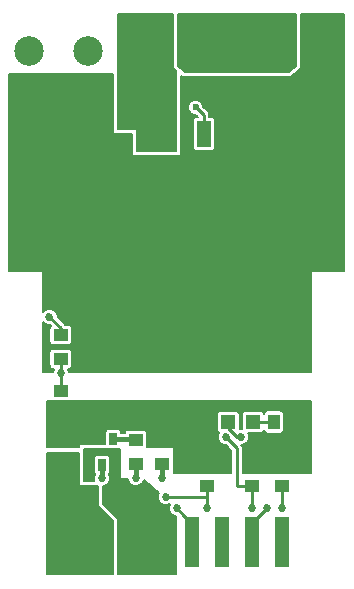
<source format=gtl>
G04 #@! TF.FileFunction,Copper,L1,Top,Signal*
%FSLAX46Y46*%
G04 Gerber Fmt 4.6, Leading zero omitted, Abs format (unit mm)*
G04 Created by KiCad (PCBNEW (2015-03-06 BZR 5484)-product) date 10/6/2015 9:14:59 PM*
%MOMM*%
G01*
G04 APERTURE LIST*
%ADD10C,0.100000*%
%ADD11C,2.500000*%
%ADD12R,2.500000X2.500000*%
%ADD13R,1.000000X1.250000*%
%ADD14R,1.250000X1.000000*%
%ADD15R,1.270000X4.191000*%
%ADD16R,1.198880X1.198880*%
%ADD17R,0.650000X1.060000*%
%ADD18R,1.200000X2.200000*%
%ADD19R,5.800000X6.400000*%
%ADD20R,1.524000X10.033000*%
%ADD21C,0.685800*%
%ADD22C,1.117600*%
%ADD23C,0.600000*%
%ADD24C,0.177800*%
%ADD25C,0.381000*%
%ADD26C,0.254000*%
G04 APERTURE END LIST*
D10*
D11*
X142440000Y-90505000D03*
X147440000Y-90505000D03*
X152440000Y-90505000D03*
D12*
X167440000Y-90505000D03*
D11*
X162440000Y-90505000D03*
X157440000Y-90505000D03*
D13*
X149590000Y-127952500D03*
X147590000Y-127952500D03*
D14*
X145097500Y-116570000D03*
X145097500Y-114570000D03*
X151447500Y-123460000D03*
X151447500Y-125460000D03*
X145732500Y-123460000D03*
X145732500Y-125460000D03*
X153670000Y-123460000D03*
X153670000Y-125460000D03*
D15*
X146050000Y-132080000D03*
X148590000Y-132080000D03*
X151130000Y-132080000D03*
X153670000Y-132080000D03*
X156210000Y-132080000D03*
X158750000Y-132080000D03*
X161290000Y-132080000D03*
X163830000Y-132080000D03*
D16*
X159288480Y-121920000D03*
X161386520Y-121920000D03*
D14*
X145097500Y-121332500D03*
X145097500Y-119332500D03*
D13*
X165147500Y-121920000D03*
X163147500Y-121920000D03*
D17*
X147640000Y-125560000D03*
X148590000Y-125560000D03*
X149540000Y-125560000D03*
X149540000Y-123360000D03*
X147640000Y-123360000D03*
D18*
X152660000Y-97540000D03*
D19*
X154940000Y-103840000D03*
D18*
X157220000Y-97540000D03*
D20*
X159461200Y-102570000D03*
X150418800Y-102570000D03*
D14*
X161290000Y-125365000D03*
X161290000Y-127365000D03*
X157480000Y-125365000D03*
X157480000Y-127365000D03*
X163830000Y-125365000D03*
X163830000Y-127365000D03*
D21*
X152400000Y-133350000D03*
X152400000Y-132080000D03*
X152400000Y-130810000D03*
X153670000Y-126682500D03*
X151447500Y-126682500D03*
X148590000Y-126682500D03*
X146367500Y-127952500D03*
X145732500Y-126682500D03*
X147320000Y-133350000D03*
X147320000Y-132080000D03*
X147320000Y-130810000D03*
X144145000Y-113030000D03*
X145097500Y-117792500D03*
D22*
X165100000Y-123825000D03*
D21*
X161290000Y-124142500D03*
X157480000Y-124142500D03*
X153987500Y-121602500D03*
X157480000Y-129222500D03*
X153987500Y-128270000D03*
X154940000Y-129222500D03*
X162560000Y-129222500D03*
X161290000Y-129222500D03*
X159067500Y-123190000D03*
X163830000Y-129222500D03*
D23*
X156527500Y-95267500D03*
X151765000Y-95885000D03*
X152717500Y-95885000D03*
X153670000Y-95885000D03*
X154622500Y-100030000D03*
X155892500Y-100030000D03*
X157162500Y-100030000D03*
X153352500Y-100030000D03*
X148907500Y-106380000D03*
X148907500Y-104475000D03*
X148907500Y-98760000D03*
X148907500Y-100665000D03*
X148907500Y-102570000D03*
X160972500Y-102570000D03*
X160972500Y-100665000D03*
X160972500Y-98760000D03*
X160972500Y-104475000D03*
X157162500Y-107632500D03*
X155892500Y-107632500D03*
X154622500Y-107632500D03*
X153352500Y-107632500D03*
X160972500Y-106362500D03*
D21*
X160337500Y-123190000D03*
D24*
X152400000Y-133350000D02*
X152400000Y-132080000D01*
X152400000Y-130810000D02*
X153670000Y-132080000D01*
X151130000Y-132080000D02*
X152400000Y-130810000D01*
D25*
X147640000Y-124462500D02*
X147642500Y-124460000D01*
X147642500Y-124460000D02*
X149542500Y-124460000D01*
X149542500Y-124460000D02*
X149540000Y-124462500D01*
X149540000Y-124462500D02*
X149540000Y-125560000D01*
X147640000Y-125560000D02*
X147640000Y-124462500D01*
X151130000Y-128587500D02*
X150495000Y-127952500D01*
X150495000Y-127952500D02*
X149590000Y-127952500D01*
X151130000Y-132080000D02*
X151130000Y-128587500D01*
X149540000Y-127902500D02*
X149590000Y-127952500D01*
X149540000Y-125560000D02*
X149540000Y-127902500D01*
X153670000Y-125460000D02*
X153670000Y-126682500D01*
X151447500Y-125460000D02*
X151447500Y-126682500D01*
X148590000Y-125560000D02*
X148590000Y-126682500D01*
X147590000Y-127952500D02*
X146367500Y-127952500D01*
X145732500Y-125460000D02*
X145732500Y-126682500D01*
D24*
X147320000Y-133350000D02*
X147320000Y-132080000D01*
X147320000Y-130810000D02*
X148590000Y-132080000D01*
D26*
X145097500Y-113982500D02*
X144145000Y-113030000D01*
X145097500Y-114570000D02*
X145097500Y-113982500D01*
X145097500Y-119332500D02*
X145097500Y-117792500D01*
X145097500Y-117792500D02*
X145097500Y-116570000D01*
D25*
X151347500Y-123360000D02*
X151447500Y-123460000D01*
X149540000Y-123360000D02*
X151347500Y-123360000D01*
X163830000Y-125365000D02*
X164830000Y-125365000D01*
X165100000Y-125095000D02*
X165100000Y-123825000D01*
X164830000Y-125365000D02*
X165100000Y-125095000D01*
X161290000Y-125365000D02*
X163830000Y-125365000D01*
X145732500Y-122872500D02*
X145732500Y-123460000D01*
X147002500Y-121602500D02*
X145732500Y-122872500D01*
X161290000Y-124142500D02*
X161290000Y-125365000D01*
X157480000Y-125365000D02*
X157480000Y-124142500D01*
X165147500Y-121920000D02*
X165100000Y-121967500D01*
X165100000Y-121967500D02*
X165100000Y-123825000D01*
D26*
X157480000Y-128270000D02*
X157480000Y-129222500D01*
X157480000Y-127365000D02*
X157480000Y-128270000D01*
X157480000Y-128270000D02*
X153987500Y-128270000D01*
X155575000Y-129857500D02*
X154940000Y-129222500D01*
X156210000Y-130492500D02*
X155575000Y-129857500D01*
X156210000Y-132080000D02*
X156210000Y-130492500D01*
X161290000Y-130492500D02*
X162560000Y-129222500D01*
X161290000Y-132080000D02*
X161290000Y-130492500D01*
X161290000Y-129222500D02*
X161290000Y-127365000D01*
X160067500Y-127365000D02*
X160020000Y-127317500D01*
X160020000Y-127317500D02*
X160020000Y-124142500D01*
X160020000Y-124142500D02*
X159067500Y-123190000D01*
X161290000Y-127365000D02*
X160067500Y-127365000D01*
X163830000Y-132080000D02*
X163830000Y-130175000D01*
X163830000Y-127365000D02*
X163830000Y-129222500D01*
X157220000Y-97540000D02*
X157220000Y-95960000D01*
X157220000Y-95960000D02*
X156527500Y-95267500D01*
X152717500Y-95885000D02*
X153670000Y-95885000D01*
X152150000Y-97540000D02*
X151765000Y-95885000D01*
X152660000Y-97540000D02*
X152150000Y-97540000D01*
X154622500Y-100030000D02*
X155892500Y-100030000D01*
X154940000Y-103840000D02*
X154940000Y-101617500D01*
X154940000Y-101617500D02*
X153352500Y-100030000D01*
X150418800Y-102570000D02*
X148907500Y-102570000D01*
X148907500Y-104475000D02*
X148907500Y-106380000D01*
X148907500Y-100665000D02*
X148907500Y-98760000D01*
X160972500Y-100665000D02*
X160972500Y-98760000D01*
X160972500Y-104475000D02*
X160972500Y-106362500D01*
X159461200Y-102570000D02*
X160972500Y-102570000D01*
X160972500Y-106362500D02*
X158415000Y-106380000D01*
X157162500Y-107632500D02*
X155892500Y-107632500D01*
X154622500Y-107632500D02*
X153352500Y-107632500D01*
X160020000Y-123190000D02*
X159288480Y-122458480D01*
X160337500Y-123190000D02*
X160020000Y-123190000D01*
X159288480Y-122458480D02*
X159288480Y-121920000D01*
X161386520Y-121920000D02*
X163147500Y-121920000D01*
D24*
G36*
X154851100Y-134782100D02*
X149948900Y-134782100D01*
X149948900Y-130138176D01*
X148678900Y-128868176D01*
X148678900Y-127368378D01*
X148725816Y-127368419D01*
X148977967Y-127264232D01*
X149171054Y-127071482D01*
X149275681Y-126819513D01*
X149275919Y-126546684D01*
X149178864Y-126311795D01*
X149237583Y-126224806D01*
X149264618Y-126090000D01*
X149264618Y-125030000D01*
X149239250Y-124899253D01*
X149163764Y-124784339D01*
X149049806Y-124707417D01*
X148915000Y-124680382D01*
X148265000Y-124680382D01*
X148134253Y-124705750D01*
X148019339Y-124781236D01*
X147942417Y-124895194D01*
X147915382Y-125030000D01*
X147915382Y-126090000D01*
X147940750Y-126220747D01*
X148001047Y-126312539D01*
X147904319Y-126545487D01*
X147904081Y-126818316D01*
X147942418Y-126911100D01*
X147091400Y-126911100D01*
X147091400Y-124231400D01*
X147274022Y-124231400D01*
X147315000Y-124239618D01*
X147965000Y-124239618D01*
X148007355Y-124231400D01*
X149174022Y-124231400D01*
X149215000Y-124239618D01*
X149865000Y-124239618D01*
X149907355Y-124231400D01*
X150088600Y-124231400D01*
X150088600Y-126771400D01*
X150761621Y-126771400D01*
X150761581Y-126818316D01*
X150865768Y-127070467D01*
X151058518Y-127263554D01*
X151310487Y-127368181D01*
X151583316Y-127368419D01*
X151835467Y-127264232D01*
X152028554Y-127071482D01*
X152124997Y-126839220D01*
X153376945Y-127952062D01*
X153301819Y-128132987D01*
X153301581Y-128405816D01*
X153405768Y-128657967D01*
X153598518Y-128851054D01*
X153850487Y-128955681D01*
X154123316Y-128955919D01*
X154346394Y-128863744D01*
X154254319Y-129085487D01*
X154254081Y-129358316D01*
X154358268Y-129610467D01*
X154551018Y-129803554D01*
X154802987Y-129908181D01*
X154851100Y-129908222D01*
X154851100Y-134782100D01*
X154851100Y-134782100D01*
G37*
X154851100Y-134782100D02*
X149948900Y-134782100D01*
X149948900Y-130138176D01*
X148678900Y-128868176D01*
X148678900Y-127368378D01*
X148725816Y-127368419D01*
X148977967Y-127264232D01*
X149171054Y-127071482D01*
X149275681Y-126819513D01*
X149275919Y-126546684D01*
X149178864Y-126311795D01*
X149237583Y-126224806D01*
X149264618Y-126090000D01*
X149264618Y-125030000D01*
X149239250Y-124899253D01*
X149163764Y-124784339D01*
X149049806Y-124707417D01*
X148915000Y-124680382D01*
X148265000Y-124680382D01*
X148134253Y-124705750D01*
X148019339Y-124781236D01*
X147942417Y-124895194D01*
X147915382Y-125030000D01*
X147915382Y-126090000D01*
X147940750Y-126220747D01*
X148001047Y-126312539D01*
X147904319Y-126545487D01*
X147904081Y-126818316D01*
X147942418Y-126911100D01*
X147091400Y-126911100D01*
X147091400Y-124231400D01*
X147274022Y-124231400D01*
X147315000Y-124239618D01*
X147965000Y-124239618D01*
X148007355Y-124231400D01*
X149174022Y-124231400D01*
X149215000Y-124239618D01*
X149865000Y-124239618D01*
X149907355Y-124231400D01*
X150088600Y-124231400D01*
X150088600Y-126771400D01*
X150761621Y-126771400D01*
X150761581Y-126818316D01*
X150865768Y-127070467D01*
X151058518Y-127263554D01*
X151310487Y-127368181D01*
X151583316Y-127368419D01*
X151835467Y-127264232D01*
X152028554Y-127071482D01*
X152124997Y-126839220D01*
X153376945Y-127952062D01*
X153301819Y-128132987D01*
X153301581Y-128405816D01*
X153405768Y-128657967D01*
X153598518Y-128851054D01*
X153850487Y-128955681D01*
X154123316Y-128955919D01*
X154346394Y-128863744D01*
X154254319Y-129085487D01*
X154254081Y-129358316D01*
X154358268Y-129610467D01*
X154551018Y-129803554D01*
X154802987Y-129908181D01*
X154851100Y-129908222D01*
X154851100Y-134782100D01*
G36*
X149517100Y-134782100D02*
X143927900Y-134782100D01*
X143927900Y-130200000D01*
X143916400Y-130142186D01*
X143916400Y-124548900D01*
X146659600Y-124548900D01*
X146659600Y-127342900D01*
X148247100Y-127342900D01*
X148247100Y-129047034D01*
X149517100Y-130317034D01*
X149517100Y-134782100D01*
X149517100Y-134782100D01*
G37*
X149517100Y-134782100D02*
X143927900Y-134782100D01*
X143927900Y-130200000D01*
X143916400Y-130142186D01*
X143916400Y-124548900D01*
X146659600Y-124548900D01*
X146659600Y-127342900D01*
X148247100Y-127342900D01*
X148247100Y-129047034D01*
X149517100Y-130317034D01*
X149517100Y-134782100D01*
G36*
X166281100Y-126276100D02*
X160489900Y-126276100D01*
X160489900Y-124142500D01*
X160454131Y-123962677D01*
X160396116Y-123875851D01*
X160473316Y-123875919D01*
X160725467Y-123771732D01*
X160918554Y-123578982D01*
X161023181Y-123327013D01*
X161023419Y-123054184D01*
X160946926Y-122869058D01*
X161985960Y-122869058D01*
X162116707Y-122843690D01*
X162231621Y-122768204D01*
X162308543Y-122654246D01*
X162313897Y-122627545D01*
X162323250Y-122675747D01*
X162398736Y-122790661D01*
X162512694Y-122867583D01*
X162647500Y-122894618D01*
X163647500Y-122894618D01*
X163778247Y-122869250D01*
X163893161Y-122793764D01*
X163970083Y-122679806D01*
X163997118Y-122545000D01*
X163997118Y-121295000D01*
X163971750Y-121164253D01*
X163896264Y-121049339D01*
X163782306Y-120972417D01*
X163647500Y-120945382D01*
X162647500Y-120945382D01*
X162516753Y-120970750D01*
X162401839Y-121046236D01*
X162324917Y-121160194D01*
X162314521Y-121212032D01*
X162310210Y-121189813D01*
X162234724Y-121074899D01*
X162120766Y-120997977D01*
X161985960Y-120970942D01*
X160787080Y-120970942D01*
X160656333Y-120996310D01*
X160541419Y-121071796D01*
X160464497Y-121185754D01*
X160437462Y-121320560D01*
X160437462Y-122504286D01*
X160237538Y-122504112D01*
X160237538Y-121320560D01*
X160212170Y-121189813D01*
X160136684Y-121074899D01*
X160022726Y-120997977D01*
X159887920Y-120970942D01*
X158689040Y-120970942D01*
X158558293Y-120996310D01*
X158443379Y-121071796D01*
X158366457Y-121185754D01*
X158339422Y-121320560D01*
X158339422Y-122519440D01*
X158364790Y-122650187D01*
X158440276Y-122765101D01*
X158489286Y-122798182D01*
X158486446Y-122801018D01*
X158381819Y-123052987D01*
X158381581Y-123325816D01*
X158485768Y-123577967D01*
X158678518Y-123771054D01*
X158930487Y-123875681D01*
X159088780Y-123875819D01*
X159550100Y-124337138D01*
X159550100Y-126276100D01*
X154711400Y-126276100D01*
X154711400Y-124053600D01*
X152403346Y-124053600D01*
X152422118Y-123960000D01*
X152422118Y-122960000D01*
X152396750Y-122829253D01*
X152321264Y-122714339D01*
X152207306Y-122637417D01*
X152072500Y-122610382D01*
X150822500Y-122610382D01*
X150691753Y-122635750D01*
X150576839Y-122711236D01*
X150499917Y-122825194D01*
X150499635Y-122826600D01*
X150213958Y-122826600D01*
X150189250Y-122699253D01*
X150113764Y-122584339D01*
X149999806Y-122507417D01*
X149865000Y-122480382D01*
X149215000Y-122480382D01*
X149084253Y-122505750D01*
X148969339Y-122581236D01*
X148892417Y-122695194D01*
X148865382Y-122830000D01*
X148865382Y-123799600D01*
X146659600Y-123799600D01*
X146659600Y-124053600D01*
X143916400Y-124053600D01*
X143916400Y-120103900D01*
X144261867Y-120103900D01*
X144337694Y-120155083D01*
X144472500Y-120182118D01*
X145722500Y-120182118D01*
X145853247Y-120156750D01*
X145933701Y-120103900D01*
X166281100Y-120103900D01*
X166281100Y-126276100D01*
X166281100Y-126276100D01*
G37*
X166281100Y-126276100D02*
X160489900Y-126276100D01*
X160489900Y-124142500D01*
X160454131Y-123962677D01*
X160396116Y-123875851D01*
X160473316Y-123875919D01*
X160725467Y-123771732D01*
X160918554Y-123578982D01*
X161023181Y-123327013D01*
X161023419Y-123054184D01*
X160946926Y-122869058D01*
X161985960Y-122869058D01*
X162116707Y-122843690D01*
X162231621Y-122768204D01*
X162308543Y-122654246D01*
X162313897Y-122627545D01*
X162323250Y-122675747D01*
X162398736Y-122790661D01*
X162512694Y-122867583D01*
X162647500Y-122894618D01*
X163647500Y-122894618D01*
X163778247Y-122869250D01*
X163893161Y-122793764D01*
X163970083Y-122679806D01*
X163997118Y-122545000D01*
X163997118Y-121295000D01*
X163971750Y-121164253D01*
X163896264Y-121049339D01*
X163782306Y-120972417D01*
X163647500Y-120945382D01*
X162647500Y-120945382D01*
X162516753Y-120970750D01*
X162401839Y-121046236D01*
X162324917Y-121160194D01*
X162314521Y-121212032D01*
X162310210Y-121189813D01*
X162234724Y-121074899D01*
X162120766Y-120997977D01*
X161985960Y-120970942D01*
X160787080Y-120970942D01*
X160656333Y-120996310D01*
X160541419Y-121071796D01*
X160464497Y-121185754D01*
X160437462Y-121320560D01*
X160437462Y-122504286D01*
X160237538Y-122504112D01*
X160237538Y-121320560D01*
X160212170Y-121189813D01*
X160136684Y-121074899D01*
X160022726Y-120997977D01*
X159887920Y-120970942D01*
X158689040Y-120970942D01*
X158558293Y-120996310D01*
X158443379Y-121071796D01*
X158366457Y-121185754D01*
X158339422Y-121320560D01*
X158339422Y-122519440D01*
X158364790Y-122650187D01*
X158440276Y-122765101D01*
X158489286Y-122798182D01*
X158486446Y-122801018D01*
X158381819Y-123052987D01*
X158381581Y-123325816D01*
X158485768Y-123577967D01*
X158678518Y-123771054D01*
X158930487Y-123875681D01*
X159088780Y-123875819D01*
X159550100Y-124337138D01*
X159550100Y-126276100D01*
X154711400Y-126276100D01*
X154711400Y-124053600D01*
X152403346Y-124053600D01*
X152422118Y-123960000D01*
X152422118Y-122960000D01*
X152396750Y-122829253D01*
X152321264Y-122714339D01*
X152207306Y-122637417D01*
X152072500Y-122610382D01*
X150822500Y-122610382D01*
X150691753Y-122635750D01*
X150576839Y-122711236D01*
X150499917Y-122825194D01*
X150499635Y-122826600D01*
X150213958Y-122826600D01*
X150189250Y-122699253D01*
X150113764Y-122584339D01*
X149999806Y-122507417D01*
X149865000Y-122480382D01*
X149215000Y-122480382D01*
X149084253Y-122505750D01*
X148969339Y-122581236D01*
X148892417Y-122695194D01*
X148865382Y-122830000D01*
X148865382Y-123799600D01*
X146659600Y-123799600D01*
X146659600Y-124053600D01*
X143916400Y-124053600D01*
X143916400Y-120103900D01*
X144261867Y-120103900D01*
X144337694Y-120155083D01*
X144472500Y-120182118D01*
X145722500Y-120182118D01*
X145853247Y-120156750D01*
X145933701Y-120103900D01*
X166281100Y-120103900D01*
X166281100Y-126276100D01*
G36*
X154851100Y-98988600D02*
X151536400Y-98988600D01*
X151536400Y-97083600D01*
X149948900Y-97083600D01*
X149948900Y-87417900D01*
X154597100Y-87417900D01*
X154597100Y-91917034D01*
X154851100Y-92171034D01*
X154851100Y-98988600D01*
X154851100Y-98988600D01*
G37*
X154851100Y-98988600D02*
X151536400Y-98988600D01*
X151536400Y-97083600D01*
X149948900Y-97083600D01*
X149948900Y-87417900D01*
X154597100Y-87417900D01*
X154597100Y-91917034D01*
X154851100Y-92171034D01*
X154851100Y-98988600D01*
G36*
X165011100Y-91738176D02*
X164428176Y-92321100D01*
X155611824Y-92321100D01*
X155028900Y-91738176D01*
X155028900Y-87417900D01*
X165011100Y-87417900D01*
X165011100Y-91738176D01*
X165011100Y-91738176D01*
G37*
X165011100Y-91738176D02*
X164428176Y-92321100D01*
X155611824Y-92321100D01*
X155028900Y-91738176D01*
X155028900Y-87417900D01*
X165011100Y-87417900D01*
X165011100Y-91738176D01*
G36*
X169122100Y-109131100D02*
X166281100Y-109131100D01*
X166281100Y-117721100D01*
X158169618Y-117721100D01*
X158169618Y-98640000D01*
X158169618Y-96440000D01*
X158144250Y-96309253D01*
X158068764Y-96194339D01*
X157954806Y-96117417D01*
X157820000Y-96090382D01*
X157689900Y-96090382D01*
X157689900Y-95960000D01*
X157654131Y-95780177D01*
X157552270Y-95627731D01*
X157170418Y-95245880D01*
X157170511Y-95140180D01*
X157072842Y-94903802D01*
X156892149Y-94722794D01*
X156655942Y-94624712D01*
X156400180Y-94624489D01*
X156163802Y-94722158D01*
X155982794Y-94902851D01*
X155884712Y-95139058D01*
X155884489Y-95394820D01*
X155982158Y-95631198D01*
X156162851Y-95812206D01*
X156399058Y-95910288D01*
X156505842Y-95910381D01*
X156685843Y-96090382D01*
X156620000Y-96090382D01*
X156489253Y-96115750D01*
X156374339Y-96191236D01*
X156297417Y-96305194D01*
X156270382Y-96440000D01*
X156270382Y-98640000D01*
X156295750Y-98770747D01*
X156371236Y-98885661D01*
X156485194Y-98962583D01*
X156620000Y-98989618D01*
X157820000Y-98989618D01*
X157950747Y-98964250D01*
X158065661Y-98888764D01*
X158142583Y-98774806D01*
X158169618Y-98640000D01*
X158169618Y-117721100D01*
X145783362Y-117721100D01*
X145783419Y-117656684D01*
X145685465Y-117419618D01*
X145722500Y-117419618D01*
X145853247Y-117394250D01*
X145968161Y-117318764D01*
X146045083Y-117204806D01*
X146072118Y-117070000D01*
X146072118Y-116070000D01*
X146046750Y-115939253D01*
X145971264Y-115824339D01*
X145857306Y-115747417D01*
X145722500Y-115720382D01*
X144472500Y-115720382D01*
X144341753Y-115745750D01*
X144226839Y-115821236D01*
X144149917Y-115935194D01*
X144122882Y-116070000D01*
X144122882Y-117070000D01*
X144148250Y-117200747D01*
X144223736Y-117315661D01*
X144337694Y-117392583D01*
X144472500Y-117419618D01*
X144509760Y-117419618D01*
X144411819Y-117655487D01*
X144411761Y-117721100D01*
X143598900Y-117721100D01*
X143598900Y-113453661D01*
X143756018Y-113611054D01*
X144007987Y-113715681D01*
X144166280Y-113715819D01*
X144253912Y-113803451D01*
X144226839Y-113821236D01*
X144149917Y-113935194D01*
X144122882Y-114070000D01*
X144122882Y-115070000D01*
X144148250Y-115200747D01*
X144223736Y-115315661D01*
X144337694Y-115392583D01*
X144472500Y-115419618D01*
X145722500Y-115419618D01*
X145853247Y-115394250D01*
X145968161Y-115318764D01*
X146045083Y-115204806D01*
X146072118Y-115070000D01*
X146072118Y-114070000D01*
X146046750Y-113939253D01*
X145971264Y-113824339D01*
X145857306Y-113747417D01*
X145722500Y-113720382D01*
X145476643Y-113720382D01*
X145429769Y-113650231D01*
X145429769Y-113650230D01*
X144830781Y-113051243D01*
X144830919Y-112894184D01*
X144726732Y-112642033D01*
X144533982Y-112448946D01*
X144282013Y-112344319D01*
X144009184Y-112344081D01*
X143757033Y-112448268D01*
X143598900Y-112606125D01*
X143598900Y-109131100D01*
X140757900Y-109131100D01*
X140757900Y-92498900D01*
X149517100Y-92498900D01*
X149517100Y-97515400D01*
X151104600Y-97515400D01*
X151104600Y-99420400D01*
X155282900Y-99420400D01*
X155282900Y-92602834D01*
X155432966Y-92752900D01*
X164607034Y-92752900D01*
X165442900Y-91917034D01*
X165442900Y-87417900D01*
X169122100Y-87417900D01*
X169122100Y-109131100D01*
X169122100Y-109131100D01*
G37*
X169122100Y-109131100D02*
X166281100Y-109131100D01*
X166281100Y-117721100D01*
X158169618Y-117721100D01*
X158169618Y-98640000D01*
X158169618Y-96440000D01*
X158144250Y-96309253D01*
X158068764Y-96194339D01*
X157954806Y-96117417D01*
X157820000Y-96090382D01*
X157689900Y-96090382D01*
X157689900Y-95960000D01*
X157654131Y-95780177D01*
X157552270Y-95627731D01*
X157170418Y-95245880D01*
X157170511Y-95140180D01*
X157072842Y-94903802D01*
X156892149Y-94722794D01*
X156655942Y-94624712D01*
X156400180Y-94624489D01*
X156163802Y-94722158D01*
X155982794Y-94902851D01*
X155884712Y-95139058D01*
X155884489Y-95394820D01*
X155982158Y-95631198D01*
X156162851Y-95812206D01*
X156399058Y-95910288D01*
X156505842Y-95910381D01*
X156685843Y-96090382D01*
X156620000Y-96090382D01*
X156489253Y-96115750D01*
X156374339Y-96191236D01*
X156297417Y-96305194D01*
X156270382Y-96440000D01*
X156270382Y-98640000D01*
X156295750Y-98770747D01*
X156371236Y-98885661D01*
X156485194Y-98962583D01*
X156620000Y-98989618D01*
X157820000Y-98989618D01*
X157950747Y-98964250D01*
X158065661Y-98888764D01*
X158142583Y-98774806D01*
X158169618Y-98640000D01*
X158169618Y-117721100D01*
X145783362Y-117721100D01*
X145783419Y-117656684D01*
X145685465Y-117419618D01*
X145722500Y-117419618D01*
X145853247Y-117394250D01*
X145968161Y-117318764D01*
X146045083Y-117204806D01*
X146072118Y-117070000D01*
X146072118Y-116070000D01*
X146046750Y-115939253D01*
X145971264Y-115824339D01*
X145857306Y-115747417D01*
X145722500Y-115720382D01*
X144472500Y-115720382D01*
X144341753Y-115745750D01*
X144226839Y-115821236D01*
X144149917Y-115935194D01*
X144122882Y-116070000D01*
X144122882Y-117070000D01*
X144148250Y-117200747D01*
X144223736Y-117315661D01*
X144337694Y-117392583D01*
X144472500Y-117419618D01*
X144509760Y-117419618D01*
X144411819Y-117655487D01*
X144411761Y-117721100D01*
X143598900Y-117721100D01*
X143598900Y-113453661D01*
X143756018Y-113611054D01*
X144007987Y-113715681D01*
X144166280Y-113715819D01*
X144253912Y-113803451D01*
X144226839Y-113821236D01*
X144149917Y-113935194D01*
X144122882Y-114070000D01*
X144122882Y-115070000D01*
X144148250Y-115200747D01*
X144223736Y-115315661D01*
X144337694Y-115392583D01*
X144472500Y-115419618D01*
X145722500Y-115419618D01*
X145853247Y-115394250D01*
X145968161Y-115318764D01*
X146045083Y-115204806D01*
X146072118Y-115070000D01*
X146072118Y-114070000D01*
X146046750Y-113939253D01*
X145971264Y-113824339D01*
X145857306Y-113747417D01*
X145722500Y-113720382D01*
X145476643Y-113720382D01*
X145429769Y-113650231D01*
X145429769Y-113650230D01*
X144830781Y-113051243D01*
X144830919Y-112894184D01*
X144726732Y-112642033D01*
X144533982Y-112448946D01*
X144282013Y-112344319D01*
X144009184Y-112344081D01*
X143757033Y-112448268D01*
X143598900Y-112606125D01*
X143598900Y-109131100D01*
X140757900Y-109131100D01*
X140757900Y-92498900D01*
X149517100Y-92498900D01*
X149517100Y-97515400D01*
X151104600Y-97515400D01*
X151104600Y-99420400D01*
X155282900Y-99420400D01*
X155282900Y-92602834D01*
X155432966Y-92752900D01*
X164607034Y-92752900D01*
X165442900Y-91917034D01*
X165442900Y-87417900D01*
X169122100Y-87417900D01*
X169122100Y-109131100D01*
M02*

</source>
